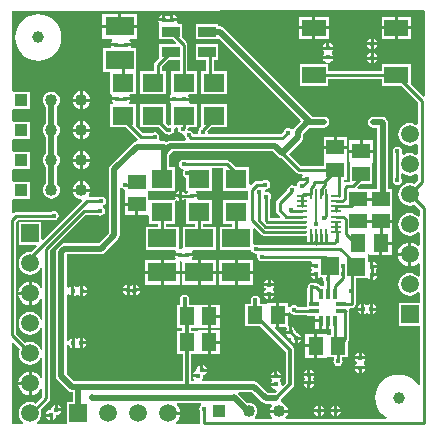
<source format=gtl>
G04 Layer_Physical_Order=1*
G04 Layer_Color=255*
%FSLAX24Y24*%
%MOIN*%
G70*
G01*
G75*
%ADD10R,0.0709X0.0630*%
%ADD11R,0.0591X0.0354*%
%ADD12R,0.0512X0.0591*%
%ADD13R,0.0591X0.0512*%
%ADD14R,0.0945X0.0630*%
%ADD15R,0.0787X0.0551*%
%ADD16R,0.0591X0.0591*%
%ADD17R,0.0374X0.0157*%
%ADD18R,0.0157X0.0370*%
%ADD19R,0.0157X0.0374*%
%ADD20R,0.0109X0.0335*%
%ADD21R,0.0335X0.0109*%
%ADD22C,0.0098*%
%ADD23C,0.0197*%
%ADD24C,0.0118*%
%ADD25C,0.0079*%
%ADD26R,0.0591X0.0591*%
%ADD27C,0.0591*%
%ADD28R,0.0400X0.0400*%
%ADD29C,0.0400*%
%ADD30R,0.0400X0.0400*%
%ADD31C,0.0394*%
%ADD32C,0.0150*%
G36*
X467Y2713D02*
X443Y2655D01*
X430Y2557D01*
X443Y2459D01*
X480Y2368D01*
X540Y2290D01*
X618Y2230D01*
X709Y2193D01*
X807Y2180D01*
X905Y2193D01*
X996Y2230D01*
X1074Y2290D01*
X1134Y2368D01*
X1160Y2431D01*
X1220Y2419D01*
Y1751D01*
X1160Y1739D01*
X1152Y1756D01*
X1089Y1839D01*
X1006Y1902D01*
X910Y1942D01*
X857Y1949D01*
Y1557D01*
Y1165D01*
X910Y1172D01*
X1006Y1212D01*
X1089Y1275D01*
X1152Y1358D01*
X1160Y1375D01*
X1220Y1363D01*
Y1109D01*
X995Y884D01*
X905Y921D01*
X807Y934D01*
X709Y921D01*
X618Y884D01*
X540Y824D01*
X480Y746D01*
X443Y655D01*
X430Y557D01*
X443Y459D01*
X480Y368D01*
X540Y290D01*
X584Y257D01*
X564Y197D01*
X197D01*
Y2904D01*
X252Y2927D01*
X467Y2713D01*
D02*
G37*
G36*
X8499Y6520D02*
X8542Y6492D01*
X8591Y6482D01*
X9626D01*
Y6479D01*
X10024D01*
Y6278D01*
X10140D01*
X10145Y6272D01*
X10354D01*
Y6172D01*
X10147D01*
X10140Y6164D01*
X8408D01*
X8387Y6178D01*
X8327Y6190D01*
X8288Y6183D01*
X8228Y6219D01*
Y6706D01*
X8288Y6731D01*
X8499Y6520D01*
D02*
G37*
G36*
X13976Y13946D02*
Y11145D01*
X13916Y11120D01*
X13489Y11548D01*
Y12190D01*
X12544D01*
Y11966D01*
X10733D01*
X10733Y12185D01*
X10734Y12192D01*
X10746Y12244D01*
X10761Y12247D01*
X10806Y12256D01*
X10864Y12295D01*
X10903Y12353D01*
X10907Y12371D01*
X10570D01*
X10573Y12353D01*
X10612Y12295D01*
X10670Y12256D01*
X10702Y12250D01*
X10697Y12192D01*
X10678Y12190D01*
X10674Y12190D01*
X9788D01*
Y11481D01*
X10733D01*
Y11705D01*
X12544D01*
Y11481D01*
X13187D01*
X13739Y10929D01*
Y10193D01*
X13679Y10164D01*
X13653Y10183D01*
X13562Y10221D01*
X13465Y10234D01*
X13367Y10221D01*
X13276Y10183D01*
X13198Y10123D01*
X13138Y10045D01*
X13100Y9954D01*
X13087Y9856D01*
X13100Y9759D01*
X13138Y9668D01*
X13198Y9590D01*
X13276Y9530D01*
X13367Y9492D01*
X13465Y9479D01*
X13562Y9492D01*
X13653Y9530D01*
X13679Y9549D01*
X13739Y9520D01*
Y9193D01*
X13679Y9164D01*
X13653Y9183D01*
X13562Y9221D01*
X13465Y9234D01*
X13367Y9221D01*
X13276Y9183D01*
X13275Y9182D01*
X13205Y9204D01*
X13196Y9231D01*
X13208Y9291D01*
X13196Y9351D01*
X13162Y9402D01*
X13111Y9436D01*
X13051Y9448D01*
X12991Y9436D01*
X12940Y9402D01*
X12906Y9351D01*
X12894Y9291D01*
X12906Y9231D01*
X12920Y9211D01*
Y8407D01*
X12905Y8386D01*
X12893Y8326D01*
X12905Y8266D01*
X12939Y8215D01*
X12990Y8181D01*
X13050Y8169D01*
X13110Y8181D01*
X13161Y8215D01*
X13195Y8266D01*
X13207Y8326D01*
X13195Y8386D01*
X13181Y8407D01*
Y8527D01*
X13241Y8557D01*
X13276Y8530D01*
X13367Y8492D01*
X13465Y8479D01*
X13562Y8492D01*
X13653Y8530D01*
X13679Y8549D01*
X13739Y8520D01*
Y8315D01*
X13620Y8197D01*
X13562Y8221D01*
X13465Y8234D01*
X13367Y8221D01*
X13276Y8183D01*
X13198Y8123D01*
X13138Y8045D01*
X13100Y7954D01*
X13087Y7856D01*
X13100Y7759D01*
X13138Y7668D01*
X13198Y7590D01*
X13276Y7530D01*
X13367Y7492D01*
X13465Y7479D01*
X13562Y7492D01*
X13620Y7516D01*
X13797Y7340D01*
Y7136D01*
X13737Y7116D01*
X13731Y7123D01*
X13653Y7183D01*
X13562Y7221D01*
X13465Y7234D01*
X13367Y7221D01*
X13276Y7183D01*
X13198Y7123D01*
X13138Y7045D01*
X13100Y6954D01*
X13087Y6856D01*
X13100Y6759D01*
X13138Y6668D01*
X13198Y6590D01*
X13276Y6530D01*
X13367Y6492D01*
X13465Y6479D01*
X13562Y6492D01*
X13653Y6530D01*
X13731Y6590D01*
X13737Y6597D01*
X13797Y6576D01*
Y6162D01*
X13737Y6146D01*
X13664Y6202D01*
X13568Y6241D01*
X13515Y6248D01*
Y5856D01*
Y5464D01*
X13568Y5471D01*
X13664Y5511D01*
X13737Y5567D01*
X13797Y5551D01*
Y5136D01*
X13737Y5116D01*
X13731Y5123D01*
X13653Y5183D01*
X13562Y5221D01*
X13465Y5234D01*
X13367Y5221D01*
X13276Y5183D01*
X13198Y5123D01*
X13138Y5045D01*
X13100Y4954D01*
X13087Y4856D01*
X13100Y4759D01*
X13138Y4668D01*
X13198Y4590D01*
X13276Y4530D01*
X13367Y4492D01*
X13465Y4479D01*
X13562Y4492D01*
X13653Y4530D01*
X13731Y4590D01*
X13737Y4597D01*
X13797Y4576D01*
Y4230D01*
X13091D01*
Y3482D01*
X13797D01*
Y1514D01*
X13738Y1499D01*
X13732Y1511D01*
X13636Y1628D01*
X13519Y1724D01*
X13386Y1795D01*
X13241Y1839D01*
X13091Y1854D01*
X12940Y1839D01*
X12795Y1795D01*
X12662Y1724D01*
X12545Y1628D01*
X12449Y1511D01*
X12378Y1378D01*
X12334Y1233D01*
X12319Y1083D01*
X12334Y932D01*
X12378Y787D01*
X12449Y654D01*
X12545Y537D01*
X12662Y441D01*
X12697Y423D01*
X12682Y363D01*
X9343D01*
X9325Y396D01*
X9319Y423D01*
X9362Y479D01*
X9393Y552D01*
X9396Y580D01*
X9100D01*
X8804D01*
X8808Y552D01*
X8838Y479D01*
X8881Y423D01*
X8875Y396D01*
X8857Y363D01*
X8308D01*
X8288Y423D01*
X8299Y431D01*
X8344Y489D01*
X8372Y557D01*
X8382Y630D01*
X8372Y703D01*
X8344Y770D01*
X8299Y829D01*
X8241Y873D01*
X8173Y901D01*
X8100Y911D01*
X8052Y905D01*
X7745Y1211D01*
X7753Y1247D01*
X7768Y1271D01*
X8193D01*
X8534Y930D01*
X8592Y891D01*
X8661Y877D01*
X8837D01*
X8866Y817D01*
X8838Y781D01*
X8808Y708D01*
X8804Y680D01*
X9100D01*
X9396D01*
X9393Y708D01*
X9362Y781D01*
X9314Y844D01*
X9252Y892D01*
X9196Y915D01*
X9173Y962D01*
X9169Y984D01*
X9173Y989D01*
X9182Y1036D01*
X9573Y1426D01*
X9603Y1472D01*
X9614Y1526D01*
Y2677D01*
X9603Y2731D01*
X9573Y2777D01*
X8961Y3388D01*
X8984Y3443D01*
X9010D01*
Y3839D01*
Y4234D01*
X8704D01*
Y4219D01*
X8647Y4213D01*
Y4213D01*
X8482D01*
X8463Y4252D01*
X8458Y4273D01*
X8469Y4326D01*
X8457Y4386D01*
X8423Y4437D01*
X8372Y4471D01*
X8312Y4483D01*
X8252Y4471D01*
X8201Y4437D01*
X8167Y4386D01*
X8155Y4326D01*
X8166Y4273D01*
X8161Y4252D01*
X8142Y4213D01*
X7977D01*
Y3465D01*
X8487D01*
X9333Y2619D01*
Y1584D01*
X9226Y1477D01*
X9171Y1506D01*
X9174Y1526D01*
X9161Y1594D01*
X9122Y1652D01*
Y1665D01*
X9161Y1723D01*
X9165Y1741D01*
X8828D01*
X8831Y1723D01*
X8870Y1665D01*
Y1652D01*
X8831Y1594D01*
X8828Y1576D01*
X8996D01*
Y1476D01*
X8828D01*
X8831Y1457D01*
X8870Y1399D01*
X8928Y1361D01*
X8996Y1347D01*
X9015Y1351D01*
X9045Y1296D01*
X8988Y1239D01*
X8736D01*
X8395Y1579D01*
X8337Y1619D01*
X8268Y1632D01*
X6563D01*
X6547Y1661D01*
X6539Y1692D01*
X6572Y1743D01*
X6586Y1811D01*
X6582Y1831D01*
X6594Y1833D01*
X6652Y1872D01*
X6690Y1930D01*
X6694Y1948D01*
X6526D01*
Y1998D01*
X6476D01*
Y2167D01*
X6457Y2163D01*
X6399Y2124D01*
X6361Y2066D01*
X6347Y1998D01*
X6351Y1978D01*
X6339Y1976D01*
X6281Y1937D01*
X6243Y1879D01*
X6239Y1861D01*
X6407D01*
Y1761D01*
X6239D01*
X6243Y1743D01*
X6276Y1692D01*
X6268Y1661D01*
X6252Y1632D01*
X6169D01*
Y2554D01*
X6356D01*
X6358Y2554D01*
X6416Y2548D01*
Y2533D01*
X6722D01*
Y2928D01*
Y3323D01*
X6416D01*
Y3308D01*
X6358Y3302D01*
X6356Y3302D01*
X6164D01*
Y3415D01*
X6356D01*
X6358Y3415D01*
X6416Y3409D01*
Y3394D01*
X6722D01*
Y3789D01*
Y4185D01*
X6416D01*
Y4169D01*
X6358Y4163D01*
X6356Y4163D01*
X6095D01*
Y4289D01*
X6100Y4295D01*
X6111Y4355D01*
X6100Y4415D01*
X6066Y4466D01*
X6015Y4500D01*
X5955Y4512D01*
X5895Y4500D01*
X5844Y4466D01*
X5810Y4415D01*
X5798Y4355D01*
X5810Y4295D01*
X5814Y4289D01*
Y4163D01*
X5689D01*
Y3415D01*
X5883D01*
Y3302D01*
X5689D01*
Y2554D01*
X5888D01*
Y1632D01*
X2265D01*
X2031Y1867D01*
Y2829D01*
X2086Y2844D01*
X2091Y2843D01*
X2128Y2787D01*
X2186Y2749D01*
X2204Y2745D01*
Y2913D01*
Y3082D01*
X2186Y3078D01*
X2128Y3040D01*
X2091Y2984D01*
X2086Y2983D01*
X2031Y2997D01*
Y3550D01*
Y4503D01*
X2091Y4521D01*
X2098Y4510D01*
X2156Y4471D01*
X2174Y4467D01*
Y4636D01*
Y4804D01*
X2156Y4801D01*
X2098Y4762D01*
X2091Y4751D01*
X2031Y4769D01*
Y4975D01*
X2031Y4975D01*
Y5869D01*
X3171D01*
X3240Y5883D01*
X3299Y5922D01*
X3745Y6368D01*
X3784Y6427D01*
X3798Y6496D01*
Y8067D01*
X3858Y8085D01*
X3875Y8058D01*
X3926Y8024D01*
X3981Y8014D01*
Y7941D01*
X3981Y7938D01*
X3975Y7881D01*
X3960D01*
Y7575D01*
X4355D01*
Y7525D01*
X4405D01*
Y7169D01*
X4723D01*
X4751Y7169D01*
X4783Y7122D01*
Y6880D01*
X5086D01*
Y6781D01*
X4665D01*
Y5994D01*
X5633D01*
X5665Y5934D01*
X5652Y5915D01*
X5648Y5896D01*
X5817D01*
Y5796D01*
X5648D01*
X5652Y5778D01*
X5677Y5741D01*
X5650Y5681D01*
X5267D01*
Y5316D01*
X5789D01*
Y5626D01*
X5819Y5643D01*
X5874Y5606D01*
Y5316D01*
X6397D01*
Y5681D01*
X6220D01*
X6193Y5741D01*
X6218Y5778D01*
X6222Y5796D01*
X6053D01*
Y5896D01*
X6222D01*
X6218Y5915D01*
X6205Y5934D01*
X6237Y5994D01*
X6998D01*
Y6781D01*
X6577D01*
Y6880D01*
X6880D01*
Y7667D01*
X6401D01*
X6369Y7727D01*
X6375Y7737D01*
X6379Y7755D01*
X6211D01*
Y7855D01*
X6379D01*
X6375Y7873D01*
X6343Y7922D01*
X6353Y7957D01*
X6368Y7982D01*
X6880D01*
Y8728D01*
X7244D01*
Y7972D01*
X8078D01*
Y7657D01*
X7244D01*
Y6870D01*
X7547D01*
Y6781D01*
X7126D01*
Y5994D01*
X8178D01*
X8182Y5973D01*
X8216Y5923D01*
X8267Y5889D01*
X8327Y5877D01*
X8345Y5880D01*
X8365Y5861D01*
X8387Y5827D01*
X8377Y5778D01*
X8389Y5718D01*
X8423Y5667D01*
X8473Y5633D01*
X8533Y5621D01*
X8593Y5633D01*
X8615Y5647D01*
X10176D01*
X10204Y5587D01*
X10180Y5551D01*
X10176Y5532D01*
X10344D01*
Y5432D01*
X10176D01*
X10180Y5414D01*
X10218Y5356D01*
Y5323D01*
X10180Y5265D01*
X10176Y5247D01*
X10344D01*
Y5197D01*
X10394D01*
Y5028D01*
X10413Y5032D01*
X10471Y5071D01*
X10484Y5090D01*
X10527Y5092D01*
X10572Y5049D01*
X10584Y4989D01*
X10598Y4968D01*
Y4793D01*
X10499D01*
X10437Y4856D01*
X10394Y4884D01*
X10344Y4894D01*
X10298D01*
X10277Y4909D01*
X10217Y4921D01*
X10157Y4909D01*
X10106Y4875D01*
X10072Y4824D01*
X10064Y4786D01*
X10057Y4774D01*
X10047Y4724D01*
Y4360D01*
X10022D01*
Y4097D01*
X9737D01*
X9717Y4127D01*
X9666Y4161D01*
X9606Y4173D01*
X9546Y4161D01*
X9495Y4127D01*
X9476Y4097D01*
X9416Y4116D01*
Y4234D01*
X9110D01*
Y3889D01*
X9416D01*
Y3916D01*
X9476Y3934D01*
X9495Y3905D01*
X9546Y3871D01*
X9578Y3865D01*
X9606Y3846D01*
X9656Y3836D01*
X10022D01*
Y3809D01*
X10313D01*
Y3690D01*
X10492D01*
Y3640D01*
X10542D01*
Y3355D01*
X10671D01*
Y3357D01*
X10678D01*
Y3644D01*
X10778D01*
Y3357D01*
X10834D01*
Y3179D01*
X10751D01*
X10748Y3179D01*
X10691Y3185D01*
Y3200D01*
X10385D01*
Y2805D01*
Y2410D01*
X10691D01*
Y2425D01*
X10748Y2431D01*
X10751Y2431D01*
X10942D01*
Y2370D01*
X10928Y2348D01*
X10916Y2288D01*
X10928Y2228D01*
X10962Y2178D01*
X11013Y2144D01*
X11073Y2132D01*
X11133Y2144D01*
X11184Y2178D01*
X11218Y2228D01*
X11230Y2288D01*
X11218Y2348D01*
X11203Y2370D01*
Y2431D01*
X11417D01*
Y2958D01*
X11439Y2991D01*
X11449Y3041D01*
Y3942D01*
X11454Y3966D01*
X11445Y4012D01*
X11445Y4019D01*
X11472Y4072D01*
X11526D01*
X11576Y4082D01*
X11618Y4110D01*
X11646Y4153D01*
X11656Y4203D01*
Y4559D01*
X11661Y4566D01*
X11673Y4626D01*
X11661Y4686D01*
X11656Y4693D01*
Y5059D01*
X12057D01*
X12068Y5051D01*
X12069Y5051D01*
X12127Y5012D01*
X12145Y5009D01*
Y5177D01*
X12195D01*
Y5227D01*
X12363D01*
X12360Y5245D01*
X12344Y5270D01*
X12326Y5315D01*
X12344Y5360D01*
X12360Y5384D01*
X12363Y5403D01*
X12195D01*
Y5453D01*
X12145D01*
Y5621D01*
X12127Y5618D01*
X12117Y5611D01*
X12057Y5643D01*
Y5807D01*
X12058Y5808D01*
X12087Y5856D01*
X12144Y5850D01*
Y5835D01*
X12450D01*
Y6230D01*
X12500D01*
Y6280D01*
X12856D01*
Y6603D01*
X12885D01*
Y6909D01*
X12490D01*
Y7009D01*
X12885D01*
Y7315D01*
X12870D01*
X12864Y7372D01*
X12864D01*
Y8041D01*
X12740D01*
Y8425D01*
Y10251D01*
X12726Y10320D01*
X12687Y10379D01*
X12677Y10389D01*
X12618Y10428D01*
X12549Y10441D01*
X12254D01*
X12185Y10428D01*
X12126Y10389D01*
X12087Y10330D01*
X12073Y10261D01*
X12087Y10192D01*
X12126Y10133D01*
X12185Y10094D01*
X12254Y10080D01*
X12378D01*
Y8425D01*
Y8041D01*
X12116D01*
Y8041D01*
X12106D01*
Y8041D01*
X11739D01*
X11714Y8101D01*
X11831Y8219D01*
X12215D01*
Y8885D01*
X12215Y8888D01*
X12221Y8945D01*
X12236D01*
Y9251D01*
X11445D01*
Y8945D01*
X11460D01*
X11467Y8888D01*
X11467Y8885D01*
Y8280D01*
X11358D01*
X11308Y8270D01*
X11302Y8266D01*
X11249Y8294D01*
X11262Y8344D01*
X11358D01*
Y9011D01*
X11358Y9014D01*
X11364Y9071D01*
X11380D01*
Y9377D01*
X10984D01*
X10589D01*
Y9071D01*
X10604D01*
X10610Y9014D01*
X10610Y9011D01*
Y8810D01*
X9830D01*
X9423Y9216D01*
X9860Y9653D01*
X9899Y9712D01*
X9912Y9781D01*
Y9878D01*
X10114Y10080D01*
X10605D01*
X10674Y10094D01*
X10733Y10133D01*
X10772Y10192D01*
X10786Y10261D01*
X10772Y10330D01*
X10733Y10389D01*
X10674Y10428D01*
X10605Y10441D01*
X10227D01*
X7264Y13405D01*
X7205Y13444D01*
X7136Y13458D01*
X7087D01*
Y13533D01*
X6339D01*
Y13022D01*
X7087D01*
Y13022D01*
X7122Y13036D01*
X9841Y10317D01*
X9604Y10081D01*
X9575Y10038D01*
X9519Y10029D01*
X9505Y10031D01*
X9460Y10061D01*
X9400Y10073D01*
X9340Y10061D01*
X9289Y10027D01*
X9255Y9976D01*
X9250Y9951D01*
X9166Y9868D01*
X6758D01*
X6720Y9914D01*
X6722Y9921D01*
X6713Y9964D01*
X6838Y10089D01*
X7372D01*
Y10876D01*
X6506D01*
Y10125D01*
X6473Y10092D01*
X6444Y10050D01*
X6435Y10004D01*
X6420Y9981D01*
X6408Y9921D01*
X6410Y9914D01*
X6372Y9868D01*
X6250D01*
X6247Y9883D01*
X6213Y9934D01*
X6162Y9968D01*
X6102Y9980D01*
X6102Y9979D01*
X6051Y10030D01*
X6052Y10039D01*
X6089Y10089D01*
X6355D01*
Y10876D01*
X6129D01*
X6097Y10936D01*
X6110Y10955D01*
X6113Y10974D01*
X5945D01*
Y11074D01*
X6113D01*
X6110Y11092D01*
X6084Y11131D01*
X6108Y11189D01*
X6110Y11191D01*
X6355D01*
Y11978D01*
X6052D01*
Y12848D01*
X6042Y12898D01*
X6014Y12940D01*
X5866Y13088D01*
Y13533D01*
X5722D01*
X5690Y13593D01*
X5696Y13603D01*
X5700Y13621D01*
X5531D01*
Y13671D01*
X5482D01*
Y13840D01*
X5463Y13836D01*
X5439Y13820D01*
X5394Y13802D01*
X5348Y13820D01*
X5324Y13836D01*
X5306Y13840D01*
Y13671D01*
X5256D01*
Y13621D01*
X5087D01*
X5091Y13603D01*
X5100Y13589D01*
X5118Y13533D01*
X5118Y13533D01*
X5118Y13533D01*
Y13022D01*
X5564D01*
X5666Y12920D01*
X5643Y12864D01*
X5118D01*
Y12419D01*
X4967Y12267D01*
X4939Y12225D01*
X4929Y12175D01*
Y11978D01*
X4472D01*
Y11191D01*
X5338D01*
Y11978D01*
X5190D01*
Y12121D01*
X5421Y12352D01*
X5791D01*
Y11978D01*
X5489D01*
Y11191D01*
X5489Y11191D01*
X5483Y11133D01*
X5455Y11092D01*
X5452Y11074D01*
X5620D01*
Y10974D01*
X5452D01*
X5455Y10955D01*
X5471Y10932D01*
X5489Y10876D01*
X5489Y10876D01*
X5489Y10876D01*
Y10186D01*
X5453Y10157D01*
X5421Y10150D01*
X5338Y10234D01*
Y10876D01*
X4472D01*
Y10089D01*
X5114D01*
X5295Y9908D01*
X5337Y9879D01*
X5365Y9874D01*
X5393Y9855D01*
X5453Y9843D01*
X5513Y9855D01*
X5564Y9889D01*
X5598Y9940D01*
X5610Y10000D01*
X5604Y10029D01*
X5644Y10087D01*
X5702Y10088D01*
X5739Y10042D01*
X5739Y10039D01*
X5751Y9979D01*
X5785Y9929D01*
X5836Y9895D01*
X5896Y9883D01*
X5896Y9883D01*
X5947Y9832D01*
X5946Y9823D01*
X5958Y9763D01*
X5992Y9712D01*
X5996Y9709D01*
X5978Y9649D01*
X5482D01*
X5413Y9635D01*
X5359Y9599D01*
X5335Y9616D01*
X5266Y9629D01*
X5121D01*
X5089Y9689D01*
X5105Y9714D01*
X5117Y9774D01*
X5105Y9834D01*
X5071Y9884D01*
X5021Y9918D01*
X4961Y9930D01*
X4901Y9918D01*
X4879Y9904D01*
X4542D01*
X4321Y10125D01*
Y10876D01*
X4115D01*
X4099Y10901D01*
X4089Y10936D01*
X4122Y10985D01*
X4125Y11003D01*
X3957D01*
Y11103D01*
X4125D01*
X4122Y11121D01*
X4115Y11131D01*
X4147Y11191D01*
X4321D01*
Y11939D01*
X4341D01*
Y12726D01*
X4194D01*
X4163Y12786D01*
X4165Y12794D01*
X3996D01*
Y12894D01*
X4165D01*
X4161Y12913D01*
X4122Y12971D01*
X4109Y12980D01*
X4127Y13040D01*
X4362D01*
Y13405D01*
X3789D01*
X3217D01*
Y13040D01*
X3531D01*
X3549Y12980D01*
X3535Y12971D01*
X3497Y12913D01*
X3493Y12894D01*
X3661D01*
Y12794D01*
X3493D01*
X3495Y12786D01*
X3463Y12726D01*
X3238D01*
Y11939D01*
X3455D01*
Y11191D01*
X3520D01*
X3552Y11131D01*
X3546Y11121D01*
X3542Y11103D01*
X3711D01*
Y11003D01*
X3542D01*
X3546Y10985D01*
X3578Y10936D01*
X3568Y10901D01*
X3553Y10876D01*
X3455D01*
Y10089D01*
X3989D01*
X4388Y9689D01*
X4382Y9657D01*
X4366Y9629D01*
X4355D01*
X4286Y9616D01*
X4228Y9577D01*
X3489Y8838D01*
X3450Y8780D01*
X3436Y8711D01*
Y8095D01*
Y6571D01*
X3096Y6231D01*
X1950D01*
X1881Y6217D01*
X1822Y6178D01*
X1722Y6078D01*
X1683Y6019D01*
X1669Y5950D01*
Y4975D01*
X1669Y4975D01*
Y3550D01*
Y1792D01*
X1683Y1723D01*
X1722Y1664D01*
X2062Y1324D01*
X2121Y1285D01*
X2190Y1271D01*
X2240D01*
Y940D01*
X2046D01*
Y197D01*
X1051D01*
X1030Y257D01*
X1074Y290D01*
X1134Y368D01*
X1171Y459D01*
X1184Y557D01*
X1171Y655D01*
X1161Y681D01*
X1442Y962D01*
X1471Y1005D01*
X1480Y1055D01*
Y5991D01*
X2659Y7170D01*
X3069D01*
X3090Y7155D01*
X3150Y7143D01*
X3210Y7155D01*
X3261Y7189D01*
X3295Y7240D01*
X3307Y7300D01*
X3295Y7360D01*
X3261Y7411D01*
X3243Y7423D01*
X3241Y7446D01*
X3250Y7490D01*
X3290Y7517D01*
X3324Y7568D01*
X3336Y7628D01*
X3324Y7688D01*
X3290Y7739D01*
X3239Y7773D01*
X3179Y7785D01*
X3119Y7773D01*
X3098Y7758D01*
X2786D01*
X2756Y7818D01*
X2779Y7848D01*
X2809Y7921D01*
X2813Y7949D01*
X2221D01*
X2224Y7921D01*
X2255Y7848D01*
X2303Y7785D01*
X2365Y7737D01*
X2438Y7707D01*
X2509Y7697D01*
X2523Y7675D01*
X2534Y7638D01*
X1237Y6340D01*
X1181Y6363D01*
Y6931D01*
X433D01*
Y6183D01*
X1001D01*
X1024Y6128D01*
X828Y5932D01*
X807Y5934D01*
X709Y5921D01*
X618Y5884D01*
X540Y5824D01*
X480Y5746D01*
X443Y5655D01*
X430Y5557D01*
X443Y5459D01*
X480Y5368D01*
X540Y5290D01*
X618Y5230D01*
X709Y5193D01*
X807Y5180D01*
X905Y5193D01*
X996Y5230D01*
X1074Y5290D01*
X1134Y5368D01*
X1160Y5431D01*
X1220Y5419D01*
Y4751D01*
X1160Y4739D01*
X1152Y4756D01*
X1089Y4839D01*
X1006Y4902D01*
X910Y4942D01*
X857Y4949D01*
Y4557D01*
Y4165D01*
X910Y4172D01*
X1006Y4212D01*
X1089Y4275D01*
X1152Y4358D01*
X1160Y4375D01*
X1220Y4363D01*
Y3695D01*
X1160Y3684D01*
X1134Y3746D01*
X1074Y3824D01*
X996Y3884D01*
X905Y3921D01*
X807Y3934D01*
X709Y3921D01*
X618Y3884D01*
X540Y3824D01*
X480Y3746D01*
X443Y3655D01*
X430Y3557D01*
X443Y3459D01*
X480Y3368D01*
X540Y3290D01*
X618Y3230D01*
X709Y3193D01*
X807Y3180D01*
X905Y3193D01*
X996Y3230D01*
X1074Y3290D01*
X1134Y3368D01*
X1160Y3431D01*
X1220Y3419D01*
Y2695D01*
X1160Y2684D01*
X1134Y2746D01*
X1074Y2824D01*
X996Y2884D01*
X905Y2921D01*
X807Y2934D01*
X709Y2921D01*
X651Y2897D01*
X330Y3219D01*
Y6945D01*
X404Y7020D01*
X1519D01*
X1540Y7005D01*
X1600Y6993D01*
X1660Y7005D01*
X1711Y7039D01*
X1745Y7090D01*
X1757Y7150D01*
X1745Y7210D01*
X1711Y7261D01*
X1660Y7295D01*
X1600Y7307D01*
X1540Y7295D01*
X1519Y7280D01*
X350D01*
X300Y7271D01*
X258Y7242D01*
X252Y7237D01*
X197Y7260D01*
Y7677D01*
X257Y7720D01*
X795D01*
Y8278D01*
X257D01*
X238Y8278D01*
X197Y8321D01*
Y8677D01*
X257Y8720D01*
X795D01*
Y9278D01*
X257D01*
X238Y9278D01*
X197Y9321D01*
Y9677D01*
X257Y9720D01*
X795D01*
Y10278D01*
X257D01*
X238Y10278D01*
X197Y10321D01*
Y10677D01*
X257Y10720D01*
X795D01*
Y11278D01*
X257D01*
X238Y11278D01*
X197Y11321D01*
Y13964D01*
X13934Y13988D01*
X13976Y13946D01*
D02*
G37*
G36*
X9075Y9124D02*
X9134Y9085D01*
X9198Y9072D01*
X9683Y8587D01*
X9726Y8559D01*
X9776Y8549D01*
X9880D01*
X9897Y8508D01*
X9901Y8489D01*
X9865Y8434D01*
X9861Y8416D01*
X10030D01*
Y8316D01*
X9861D01*
X9863Y8307D01*
X9804Y8295D01*
X9746Y8256D01*
X9707Y8198D01*
X9697Y8147D01*
X9680Y8135D01*
X9652Y8124D01*
X9635Y8121D01*
X9597Y8147D01*
X9537Y8159D01*
X9477Y8147D01*
X9427Y8113D01*
X9393Y8062D01*
X9383Y8012D01*
X9042Y7671D01*
X9013Y7629D01*
X9003Y7579D01*
Y7333D01*
X9013Y7283D01*
X9042Y7240D01*
X9145Y7137D01*
X9122Y7081D01*
X8813D01*
Y7704D01*
X8828Y7725D01*
X8840Y7785D01*
X8828Y7845D01*
X8794Y7896D01*
X8743Y7930D01*
X8683Y7942D01*
X8656Y7937D01*
X8647Y7938D01*
X8639Y7963D01*
X8639Y7966D01*
X8678Y8027D01*
X8704Y8032D01*
X8755Y8066D01*
X8789Y8117D01*
X8800Y8177D01*
X8789Y8237D01*
X8755Y8288D01*
X8704Y8322D01*
X8644Y8334D01*
X8584Y8322D01*
X8562Y8308D01*
X8366D01*
X8316Y8298D01*
X8274Y8269D01*
X8170Y8166D01*
X8110Y8191D01*
Y8760D01*
X7665D01*
X7474Y8951D01*
X7432Y8979D01*
X7382Y8989D01*
X6012D01*
X5990Y9003D01*
X5930Y9015D01*
X5870Y9003D01*
X5819Y8969D01*
X5785Y8918D01*
X5773Y8858D01*
X5785Y8798D01*
X5819Y8747D01*
X5870Y8713D01*
X5895Y8709D01*
X5922Y8643D01*
X5908Y8623D01*
X5896Y8563D01*
X5908Y8503D01*
X5942Y8452D01*
X5993Y8418D01*
X6014Y8414D01*
Y7982D01*
X6053D01*
X6068Y7957D01*
X6078Y7922D01*
X6046Y7873D01*
X6044Y7866D01*
X5983D01*
X5982Y7873D01*
X5943Y7931D01*
X5885Y7970D01*
X5867Y7974D01*
Y7805D01*
Y7637D01*
X5885Y7640D01*
X5943Y7679D01*
X5953Y7694D01*
X6010Y7692D01*
X6014Y7667D01*
X6014D01*
Y6880D01*
X6316D01*
Y6781D01*
X5896D01*
Y6070D01*
X5836Y6021D01*
X5817Y6025D01*
X5814Y6024D01*
X5768Y6062D01*
Y6781D01*
X5347D01*
Y6880D01*
X5650D01*
Y7640D01*
X5651Y7642D01*
X5710Y7666D01*
X5749Y7640D01*
X5767Y7637D01*
Y7755D01*
X5648D01*
X5652Y7737D01*
X5662Y7722D01*
X5626Y7667D01*
X4811D01*
X4783Y7667D01*
X4751Y7714D01*
Y7881D01*
X4735D01*
X4729Y7938D01*
X4729Y7941D01*
Y7968D01*
X4783Y7982D01*
X4789Y7982D01*
X5650D01*
Y8770D01*
X5446D01*
Y9177D01*
X5557Y9288D01*
X8911D01*
X9075Y9124D01*
D02*
G37*
G36*
X6520Y842D02*
X6494Y824D01*
X6460Y774D01*
X6448Y714D01*
X6460Y654D01*
X6484Y617D01*
Y236D01*
X6452Y197D01*
X5687D01*
X5667Y257D01*
X5702Y284D01*
X5766Y367D01*
X5805Y463D01*
X5812Y516D01*
X5420D01*
Y616D01*
X5812D01*
X5805Y669D01*
X5766Y765D01*
X5707Y842D01*
X5717Y891D01*
X5721Y902D01*
X6502D01*
X6520Y842D01*
D02*
G37*
%LPC*%
G36*
X757Y1507D02*
X415D01*
X422Y1454D01*
X462Y1358D01*
X525Y1275D01*
X608Y1212D01*
X704Y1172D01*
X757Y1165D01*
Y1507D01*
D02*
G37*
G36*
Y1949D02*
X704Y1942D01*
X608Y1902D01*
X525Y1839D01*
X462Y1756D01*
X422Y1660D01*
X415Y1607D01*
X757D01*
Y1949D01*
D02*
G37*
G36*
X5789Y5216D02*
X5267D01*
Y4851D01*
X5789D01*
Y5216D01*
D02*
G37*
G36*
X7128Y4185D02*
X6822D01*
Y3839D01*
X7128D01*
Y4185D01*
D02*
G37*
G36*
X11840Y3985D02*
X11721D01*
X11725Y3967D01*
X11764Y3909D01*
X11821Y3871D01*
X11840Y3867D01*
Y3985D01*
D02*
G37*
G36*
X12235Y4204D02*
Y4085D01*
X12354D01*
X12350Y4104D01*
X12311Y4162D01*
X12253Y4200D01*
X12235Y4204D01*
D02*
G37*
G36*
X11840D02*
X11821Y4200D01*
X11764Y4162D01*
X11725Y4104D01*
X11721Y4085D01*
X11840D01*
Y4204D01*
D02*
G37*
G36*
X12354Y3985D02*
X12235D01*
Y3867D01*
X12253Y3871D01*
X12311Y3909D01*
X12350Y3967D01*
X12354Y3985D01*
D02*
G37*
G36*
X7128Y3323D02*
X6822D01*
Y2978D01*
X7128D01*
Y3323D01*
D02*
G37*
G36*
X2560Y3082D02*
Y2963D01*
X2678D01*
X2675Y2982D01*
X2636Y3040D01*
X2578Y3078D01*
X2560Y3082D01*
D02*
G37*
G36*
X9854Y3011D02*
X9735D01*
Y2893D01*
X9753Y2896D01*
X9811Y2935D01*
X9850Y2993D01*
X9854Y3011D01*
D02*
G37*
G36*
X2460Y3082D02*
X2442Y3078D01*
X2384Y3040D01*
X2380D01*
X2322Y3078D01*
X2304Y3082D01*
Y2913D01*
Y2745D01*
X2322Y2749D01*
X2380Y2787D01*
X2384D01*
X2442Y2749D01*
X2460Y2745D01*
Y2913D01*
Y3082D01*
D02*
G37*
G36*
X7128Y3739D02*
X6822D01*
Y3394D01*
X7128D01*
Y3739D01*
D02*
G37*
G36*
X10442Y3590D02*
X10313D01*
Y3355D01*
X10442D01*
Y3590D01*
D02*
G37*
G36*
X9416Y3789D02*
X9110D01*
Y3443D01*
X9343D01*
X9362Y3384D01*
X9323Y3326D01*
X9320Y3308D01*
X9438D01*
Y3463D01*
X9416Y3483D01*
Y3789D01*
D02*
G37*
G36*
X12135Y4204D02*
X12117Y4200D01*
X12059Y4162D01*
X12016D01*
X11958Y4200D01*
X11940Y4204D01*
Y4035D01*
Y3867D01*
X11958Y3871D01*
X12016Y3909D01*
X12059D01*
X12117Y3871D01*
X12135Y3867D01*
Y4035D01*
Y4204D01*
D02*
G37*
G36*
X757Y4949D02*
X704Y4942D01*
X608Y4902D01*
X525Y4839D01*
X462Y4756D01*
X422Y4660D01*
X415Y4607D01*
X757D01*
Y4949D01*
D02*
G37*
G36*
X8948Y4802D02*
X8611D01*
X8615Y4784D01*
X8653Y4726D01*
X8655Y4725D01*
Y4665D01*
X8653Y4664D01*
X8615Y4606D01*
X8611Y4587D01*
X8948D01*
X8944Y4606D01*
X8906Y4664D01*
X8904Y4665D01*
Y4725D01*
X8906Y4726D01*
X8944Y4784D01*
X8948Y4802D01*
D02*
G37*
G36*
X4460Y4625D02*
X4341D01*
Y4507D01*
X4360Y4510D01*
X4418Y4549D01*
X4456Y4607D01*
X4460Y4625D01*
D02*
G37*
G36*
X2580Y4804D02*
Y4686D01*
X2698D01*
X2694Y4704D01*
X2656Y4762D01*
X2598Y4801D01*
X2580Y4804D01*
D02*
G37*
G36*
X2480D02*
X2461Y4801D01*
X2417Y4771D01*
X2377Y4766D01*
X2337Y4771D01*
X2293Y4801D01*
X2274Y4804D01*
Y4636D01*
Y4467D01*
X2293Y4471D01*
X2337Y4501D01*
X2377Y4506D01*
X2417Y4501D01*
X2461Y4471D01*
X2480Y4467D01*
Y4636D01*
Y4804D01*
D02*
G37*
G36*
X4341Y4844D02*
Y4725D01*
X4460D01*
X4456Y4743D01*
X4418Y4801D01*
X4360Y4840D01*
X4341Y4844D01*
D02*
G37*
G36*
X4025D02*
X4007Y4840D01*
X3949Y4801D01*
X3910Y4743D01*
X3906Y4725D01*
X4025D01*
Y4844D01*
D02*
G37*
G36*
X757Y4507D02*
X415D01*
X422Y4454D01*
X462Y4358D01*
X525Y4275D01*
X608Y4212D01*
X704Y4172D01*
X757Y4165D01*
Y4507D01*
D02*
G37*
G36*
X4241Y4844D02*
X4223Y4840D01*
X4183Y4813D01*
X4143Y4840D01*
X4125Y4844D01*
Y4675D01*
Y4507D01*
X4143Y4510D01*
X4183Y4537D01*
X4223Y4510D01*
X4241Y4507D01*
Y4675D01*
Y4844D01*
D02*
G37*
G36*
X5167Y5216D02*
X4644D01*
Y4851D01*
X5167D01*
Y5216D01*
D02*
G37*
G36*
X8730Y4487D02*
X8611D01*
X8615Y4469D01*
X8653Y4411D01*
X8711Y4373D01*
X8730Y4369D01*
Y4487D01*
D02*
G37*
G36*
X4025Y4625D02*
X3906D01*
X3910Y4607D01*
X3949Y4549D01*
X4007Y4510D01*
X4025Y4507D01*
Y4625D01*
D02*
G37*
G36*
X2698Y4586D02*
X2580D01*
Y4467D01*
X2598Y4471D01*
X2656Y4510D01*
X2694Y4568D01*
X2698Y4586D01*
D02*
G37*
G36*
X8948Y4487D02*
X8830D01*
Y4369D01*
X8848Y4373D01*
X8906Y4411D01*
X8944Y4469D01*
X8948Y4487D01*
D02*
G37*
G36*
X9538Y3426D02*
Y3258D01*
X9488D01*
Y3208D01*
X9320D01*
X9323Y3190D01*
X9362Y3132D01*
X9420Y3093D01*
X9451Y3087D01*
X9494Y3067D01*
X9514Y3023D01*
X9520Y2993D01*
X9559Y2935D01*
X9617Y2896D01*
X9635Y2893D01*
Y3061D01*
X9685D01*
Y3111D01*
X9854D01*
X9850Y3129D01*
X9811Y3187D01*
X9753Y3226D01*
X9723Y3232D01*
X9679Y3252D01*
X9659Y3295D01*
X9653Y3326D01*
X9614Y3384D01*
X9556Y3423D01*
X9538Y3426D01*
D02*
G37*
G36*
X1733Y848D02*
Y729D01*
X1852D01*
X1848Y747D01*
X1809Y805D01*
X1751Y844D01*
X1733Y848D01*
D02*
G37*
G36*
X11044Y818D02*
Y700D01*
X11163D01*
X11159Y718D01*
X11120Y776D01*
X11062Y814D01*
X11044Y818D01*
D02*
G37*
G36*
X10944D02*
X10926Y814D01*
X10868Y776D01*
X10829Y718D01*
X10826Y700D01*
X10944D01*
Y818D01*
D02*
G37*
G36*
X10267Y1535D02*
X10148D01*
Y1416D01*
X10167Y1420D01*
X10225Y1458D01*
X10263Y1516D01*
X10267Y1535D01*
D02*
G37*
G36*
X10048D02*
X9930D01*
X9934Y1516D01*
X9972Y1458D01*
X10030Y1420D01*
X10048Y1416D01*
Y1535D01*
D02*
G37*
G36*
X10493Y808D02*
Y690D01*
X10611D01*
X10608Y708D01*
X10569Y766D01*
X10511Y805D01*
X10493Y808D01*
D02*
G37*
G36*
X10393Y590D02*
X10274D01*
X10278Y571D01*
X10317Y514D01*
X10375Y475D01*
X10393Y471D01*
Y590D01*
D02*
G37*
G36*
X1633Y848D02*
X1615Y844D01*
X1557Y805D01*
X1518Y747D01*
X1505Y680D01*
X1438Y667D01*
X1380Y628D01*
X1341Y570D01*
X1337Y552D01*
X1506D01*
Y502D01*
X1556D01*
Y333D01*
X1574Y337D01*
X1632Y376D01*
X1671Y434D01*
X1684Y501D01*
X1751Y514D01*
X1809Y553D01*
X1848Y611D01*
X1852Y629D01*
X1683D01*
Y679D01*
X1633D01*
Y848D01*
D02*
G37*
G36*
X1456Y452D02*
X1337D01*
X1341Y434D01*
X1380Y376D01*
X1438Y337D01*
X1456Y333D01*
Y452D01*
D02*
G37*
G36*
X10611Y590D02*
X10493D01*
Y471D01*
X10511Y475D01*
X10569Y514D01*
X10608Y571D01*
X10611Y590D01*
D02*
G37*
G36*
X10393Y808D02*
X10375Y805D01*
X10317Y766D01*
X10278Y708D01*
X10274Y690D01*
X10393D01*
Y808D01*
D02*
G37*
G36*
X11163Y600D02*
X11044D01*
Y481D01*
X11062Y485D01*
X11120Y523D01*
X11159Y581D01*
X11163Y600D01*
D02*
G37*
G36*
X10944D02*
X10826D01*
X10829Y581D01*
X10868Y523D01*
X10926Y485D01*
X10944Y481D01*
Y600D01*
D02*
G37*
G36*
X11761Y2580D02*
X11743Y2576D01*
X11685Y2538D01*
X11646Y2480D01*
X11643Y2461D01*
X11761D01*
Y2580D01*
D02*
G37*
G36*
X10285Y2755D02*
X9979D01*
Y2410D01*
X10285D01*
Y2755D01*
D02*
G37*
G36*
X11980Y2361D02*
X11643D01*
X11646Y2343D01*
X11685Y2285D01*
X11692Y2280D01*
Y2208D01*
X11685Y2203D01*
X11646Y2145D01*
X11643Y2127D01*
X11980D01*
X11976Y2145D01*
X11937Y2203D01*
X11930Y2208D01*
Y2280D01*
X11937Y2285D01*
X11976Y2343D01*
X11980Y2361D01*
D02*
G37*
G36*
X11861Y2580D02*
Y2461D01*
X11980D01*
X11976Y2480D01*
X11937Y2538D01*
X11879Y2576D01*
X11861Y2580D01*
D02*
G37*
G36*
X10285Y3200D02*
X9979D01*
Y2855D01*
X10285D01*
Y3200D01*
D02*
G37*
G36*
X2678Y2863D02*
X2560D01*
Y2745D01*
X2578Y2749D01*
X2636Y2787D01*
X2675Y2845D01*
X2678Y2863D01*
D02*
G37*
G36*
X7128Y2878D02*
X6822D01*
Y2533D01*
X7128D01*
Y2878D01*
D02*
G37*
G36*
X6576Y2167D02*
Y2048D01*
X6694D01*
X6690Y2066D01*
X6652Y2124D01*
X6594Y2163D01*
X6576Y2167D01*
D02*
G37*
G36*
X9046Y1960D02*
Y1841D01*
X9165D01*
X9161Y1860D01*
X9122Y1918D01*
X9064Y1956D01*
X9046Y1960D01*
D02*
G37*
G36*
X8946D02*
X8928Y1956D01*
X8870Y1918D01*
X8831Y1860D01*
X8828Y1841D01*
X8946D01*
Y1960D01*
D02*
G37*
G36*
X10267Y1800D02*
X9930D01*
X9934Y1782D01*
X9972Y1724D01*
Y1711D01*
X9934Y1653D01*
X9930Y1635D01*
X10267D01*
X10263Y1653D01*
X10225Y1711D01*
Y1724D01*
X10263Y1782D01*
X10267Y1800D01*
D02*
G37*
G36*
X10048Y2019D02*
X10030Y2015D01*
X9972Y1977D01*
X9934Y1919D01*
X9930Y1900D01*
X10048D01*
Y2019D01*
D02*
G37*
G36*
X11980Y2027D02*
X11861D01*
Y1908D01*
X11879Y1912D01*
X11937Y1951D01*
X11976Y2008D01*
X11980Y2027D01*
D02*
G37*
G36*
X11761D02*
X11643D01*
X11646Y2008D01*
X11685Y1951D01*
X11743Y1912D01*
X11761Y1908D01*
Y2027D01*
D02*
G37*
G36*
X10148Y2019D02*
Y1900D01*
X10267D01*
X10263Y1919D01*
X10225Y1977D01*
X10167Y2015D01*
X10148Y2019D01*
D02*
G37*
G36*
X6397Y5216D02*
X5874D01*
Y4851D01*
X6397D01*
Y5216D01*
D02*
G37*
G36*
X12255Y12570D02*
Y12452D01*
X12373D01*
X12370Y12470D01*
X12331Y12528D01*
X12273Y12566D01*
X12255Y12570D01*
D02*
G37*
G36*
X12155D02*
X12136Y12566D01*
X12079Y12528D01*
X12040Y12470D01*
X12036Y12452D01*
X12155D01*
Y12570D01*
D02*
G37*
G36*
X1083Y13862D02*
X932Y13847D01*
X787Y13803D01*
X654Y13732D01*
X537Y13636D01*
X441Y13519D01*
X370Y13386D01*
X326Y13241D01*
X311Y13091D01*
X326Y12940D01*
X370Y12795D01*
X441Y12662D01*
X537Y12545D01*
X654Y12449D01*
X787Y12378D01*
X932Y12334D01*
X1083Y12319D01*
X1233Y12334D01*
X1378Y12378D01*
X1511Y12449D01*
X1628Y12545D01*
X1724Y12662D01*
X1795Y12795D01*
X1839Y12940D01*
X1854Y13091D01*
X1839Y13241D01*
X1795Y13386D01*
X1724Y13519D01*
X1628Y13636D01*
X1511Y13732D01*
X1378Y13803D01*
X1233Y13847D01*
X1083Y13862D01*
D02*
G37*
G36*
X10897Y12686D02*
X10560D01*
X10563Y12668D01*
X10602Y12610D01*
X10612Y12603D01*
Y12547D01*
X10573Y12490D01*
X10570Y12471D01*
X10907D01*
X10903Y12490D01*
X10864Y12547D01*
X10855Y12554D01*
Y12610D01*
X10893Y12668D01*
X10897Y12686D01*
D02*
G37*
G36*
X10678Y12905D02*
X10660Y12901D01*
X10602Y12862D01*
X10563Y12804D01*
X10560Y12786D01*
X10678D01*
Y12905D01*
D02*
G37*
G36*
X12373Y12834D02*
X12255D01*
Y12715D01*
X12273Y12719D01*
X12331Y12758D01*
X12370Y12816D01*
X12373Y12834D01*
D02*
G37*
G36*
X12155D02*
X12036D01*
X12040Y12816D01*
X12079Y12758D01*
X12136Y12719D01*
X12155Y12715D01*
Y12834D01*
D02*
G37*
G36*
X12373Y12352D02*
X12255D01*
Y12233D01*
X12273Y12237D01*
X12331Y12275D01*
X12370Y12333D01*
X12373Y12352D01*
D02*
G37*
G36*
X2813Y10949D02*
X2567D01*
Y10703D01*
X2595Y10707D01*
X2668Y10737D01*
X2731Y10785D01*
X2779Y10848D01*
X2809Y10921D01*
X2813Y10949D01*
D02*
G37*
G36*
X2467D02*
X2221D01*
X2224Y10921D01*
X2255Y10848D01*
X2303Y10785D01*
X2365Y10737D01*
X2438Y10707D01*
X2467Y10703D01*
Y10949D01*
D02*
G37*
G36*
X2567Y10295D02*
Y10049D01*
X2813D01*
X2809Y10077D01*
X2779Y10150D01*
X2731Y10213D01*
X2668Y10261D01*
X2595Y10291D01*
X2567Y10295D01*
D02*
G37*
G36*
X2467Y11295D02*
X2438Y11291D01*
X2365Y11261D01*
X2303Y11213D01*
X2255Y11150D01*
X2224Y11077D01*
X2221Y11049D01*
X2467D01*
Y11295D01*
D02*
G37*
G36*
X12155Y12352D02*
X12036D01*
X12040Y12333D01*
X12079Y12275D01*
X12136Y12237D01*
X12155Y12233D01*
Y12352D01*
D02*
G37*
G36*
X7087Y12864D02*
X6339D01*
Y12352D01*
X6671D01*
Y11978D01*
X6506D01*
Y11191D01*
X7372D01*
Y11978D01*
X6932D01*
Y12352D01*
X7087D01*
Y12864D01*
D02*
G37*
G36*
X2567Y11295D02*
Y11049D01*
X2813D01*
X2809Y11077D01*
X2779Y11150D01*
X2731Y11213D01*
X2668Y11261D01*
X2595Y11291D01*
X2567Y11295D01*
D02*
G37*
G36*
X10755Y13786D02*
X10311D01*
Y13460D01*
X10755D01*
Y13786D01*
D02*
G37*
G36*
X13510D02*
X13067D01*
Y13460D01*
X13510D01*
Y13786D01*
D02*
G37*
G36*
X12967D02*
X12523D01*
Y13460D01*
X12967D01*
Y13786D01*
D02*
G37*
G36*
X3739Y13870D02*
X3217D01*
Y13505D01*
X3739D01*
Y13870D01*
D02*
G37*
G36*
X5581Y13840D02*
Y13721D01*
X5700D01*
X5696Y13740D01*
X5658Y13797D01*
X5600Y13836D01*
X5581Y13840D01*
D02*
G37*
G36*
X5206D02*
X5188Y13836D01*
X5130Y13797D01*
X5091Y13740D01*
X5087Y13721D01*
X5206D01*
Y13840D01*
D02*
G37*
G36*
X4362Y13870D02*
X3839D01*
Y13505D01*
X4362D01*
Y13870D01*
D02*
G37*
G36*
X10211Y13786D02*
X9767D01*
Y13460D01*
X10211D01*
Y13786D01*
D02*
G37*
G36*
X12255Y13052D02*
Y12934D01*
X12373D01*
X12370Y12952D01*
X12331Y13010D01*
X12273Y13049D01*
X12255Y13052D01*
D02*
G37*
G36*
X12155D02*
X12136Y13049D01*
X12079Y13010D01*
X12040Y12952D01*
X12036Y12934D01*
X12155D01*
Y13052D01*
D02*
G37*
G36*
X10778Y12905D02*
Y12786D01*
X10897D01*
X10893Y12804D01*
X10855Y12862D01*
X10797Y12901D01*
X10778Y12905D01*
D02*
G37*
G36*
X10211Y13360D02*
X9767D01*
Y13035D01*
X10211D01*
Y13360D01*
D02*
G37*
G36*
X13510D02*
X13067D01*
Y13035D01*
X13510D01*
Y13360D01*
D02*
G37*
G36*
X12967D02*
X12523D01*
Y13035D01*
X12967D01*
Y13360D01*
D02*
G37*
G36*
X10755D02*
X10311D01*
Y13035D01*
X10755D01*
Y13360D01*
D02*
G37*
G36*
X2467Y10295D02*
X2438Y10291D01*
X2365Y10261D01*
X2303Y10213D01*
X2255Y10150D01*
X2224Y10077D01*
X2221Y10049D01*
X2467D01*
Y10295D01*
D02*
G37*
G36*
X8250Y5681D02*
X7727D01*
Y5316D01*
X8250D01*
Y5681D01*
D02*
G37*
G36*
X7019D02*
X6497D01*
Y5316D01*
X7019D01*
Y5681D01*
D02*
G37*
G36*
X7627D02*
X7105D01*
Y5316D01*
X7627D01*
Y5681D01*
D02*
G37*
G36*
X13415Y5806D02*
X13072D01*
X13079Y5753D01*
X13119Y5657D01*
X13183Y5574D01*
X13265Y5511D01*
X13361Y5471D01*
X13415Y5464D01*
Y5806D01*
D02*
G37*
G36*
Y6248D02*
X13361Y6241D01*
X13265Y6202D01*
X13183Y6138D01*
X13119Y6056D01*
X13079Y5959D01*
X13072Y5906D01*
X13415D01*
Y6248D01*
D02*
G37*
G36*
X12856Y6180D02*
X12550D01*
Y5835D01*
X12856D01*
Y6180D01*
D02*
G37*
G36*
X12245Y5621D02*
Y5503D01*
X12363D01*
X12360Y5521D01*
X12321Y5579D01*
X12263Y5618D01*
X12245Y5621D01*
D02*
G37*
G36*
X5167Y5681D02*
X4644D01*
Y5316D01*
X5167D01*
Y5681D01*
D02*
G37*
G36*
X8250Y5216D02*
X7727D01*
Y4851D01*
X8250D01*
Y5216D01*
D02*
G37*
G36*
X7627D02*
X7105D01*
Y4851D01*
X7627D01*
Y5216D01*
D02*
G37*
G36*
X7019D02*
X6497D01*
Y4851D01*
X7019D01*
Y5216D01*
D02*
G37*
G36*
X8730Y5021D02*
X8711Y5017D01*
X8653Y4979D01*
X8615Y4921D01*
X8611Y4902D01*
X8730D01*
Y5021D01*
D02*
G37*
G36*
X10294Y5147D02*
X10176D01*
X10180Y5129D01*
X10218Y5071D01*
X10276Y5032D01*
X10294Y5028D01*
Y5147D01*
D02*
G37*
G36*
X12363Y5127D02*
X12245D01*
Y5009D01*
X12263Y5012D01*
X12321Y5051D01*
X12360Y5109D01*
X12363Y5127D01*
D02*
G37*
G36*
X8830Y5021D02*
Y4902D01*
X8948D01*
X8944Y4921D01*
X8906Y4979D01*
X8848Y5017D01*
X8830Y5021D01*
D02*
G37*
G36*
X12236Y9657D02*
X11891D01*
Y9351D01*
X12236D01*
Y9657D01*
D02*
G37*
G36*
X11791D02*
X11445D01*
Y9351D01*
X11791D01*
Y9657D01*
D02*
G37*
G36*
X2567Y9295D02*
Y9049D01*
X2813D01*
X2809Y9077D01*
X2779Y9150D01*
X2731Y9213D01*
X2668Y9261D01*
X2595Y9291D01*
X2567Y9295D01*
D02*
G37*
G36*
X10934Y9783D02*
X10589D01*
Y9477D01*
X10934D01*
Y9783D01*
D02*
G37*
G36*
X2813Y9949D02*
X2567D01*
Y9703D01*
X2595Y9707D01*
X2668Y9737D01*
X2731Y9785D01*
X2779Y9848D01*
X2809Y9921D01*
X2813Y9949D01*
D02*
G37*
G36*
X2467D02*
X2221D01*
X2224Y9921D01*
X2255Y9848D01*
X2303Y9785D01*
X2365Y9737D01*
X2438Y9707D01*
X2467Y9703D01*
Y9949D01*
D02*
G37*
G36*
X11380Y9783D02*
X11034D01*
Y9477D01*
X11380D01*
Y9783D01*
D02*
G37*
G36*
X2467Y9295D02*
X2438Y9291D01*
X2365Y9261D01*
X2303Y9213D01*
X2255Y9150D01*
X2224Y9077D01*
X2221Y9049D01*
X2467D01*
Y9295D01*
D02*
G37*
G36*
X1517Y11280D02*
X1444Y11271D01*
X1376Y11242D01*
X1318Y11198D01*
X1273Y11140D01*
X1245Y11072D01*
X1236Y10999D01*
X1245Y10926D01*
X1273Y10858D01*
X1318Y10800D01*
X1336Y10786D01*
Y10212D01*
X1318Y10198D01*
X1273Y10140D01*
X1245Y10072D01*
X1236Y9999D01*
X1245Y9926D01*
X1273Y9858D01*
X1318Y9800D01*
X1336Y9786D01*
Y9212D01*
X1318Y9198D01*
X1273Y9140D01*
X1245Y9072D01*
X1236Y8999D01*
X1245Y8926D01*
X1273Y8858D01*
X1318Y8800D01*
X1336Y8786D01*
Y8212D01*
X1318Y8198D01*
X1273Y8140D01*
X1245Y8072D01*
X1236Y7999D01*
X1245Y7926D01*
X1273Y7858D01*
X1318Y7800D01*
X1376Y7756D01*
X1444Y7727D01*
X1517Y7718D01*
X1590Y7727D01*
X1657Y7756D01*
X1716Y7800D01*
X1760Y7858D01*
X1788Y7926D01*
X1798Y7999D01*
X1788Y8072D01*
X1760Y8140D01*
X1716Y8198D01*
X1697Y8212D01*
Y8786D01*
X1716Y8800D01*
X1760Y8858D01*
X1788Y8926D01*
X1798Y8999D01*
X1788Y9072D01*
X1760Y9140D01*
X1716Y9198D01*
X1697Y9212D01*
Y9786D01*
X1716Y9800D01*
X1760Y9858D01*
X1788Y9926D01*
X1798Y9999D01*
X1788Y10072D01*
X1760Y10140D01*
X1716Y10198D01*
X1697Y10212D01*
Y10786D01*
X1716Y10800D01*
X1760Y10858D01*
X1788Y10926D01*
X1798Y10999D01*
X1788Y11072D01*
X1760Y11140D01*
X1716Y11198D01*
X1657Y11242D01*
X1590Y11271D01*
X1517Y11280D01*
D02*
G37*
G36*
X4305Y7475D02*
X3960D01*
Y7169D01*
X4305D01*
Y7475D01*
D02*
G37*
G36*
X2467Y8295D02*
X2438Y8291D01*
X2365Y8261D01*
X2303Y8213D01*
X2255Y8150D01*
X2224Y8077D01*
X2221Y8049D01*
X2467D01*
Y8295D01*
D02*
G37*
G36*
X2813Y8949D02*
X2567D01*
Y8703D01*
X2595Y8707D01*
X2668Y8737D01*
X2731Y8785D01*
X2779Y8848D01*
X2809Y8921D01*
X2813Y8949D01*
D02*
G37*
G36*
X2467D02*
X2221D01*
X2224Y8921D01*
X2255Y8848D01*
X2303Y8785D01*
X2365Y8737D01*
X2438Y8707D01*
X2467Y8703D01*
Y8949D01*
D02*
G37*
G36*
X2567Y8295D02*
Y8049D01*
X2813D01*
X2809Y8077D01*
X2779Y8150D01*
X2731Y8213D01*
X2668Y8261D01*
X2595Y8291D01*
X2567Y8295D01*
D02*
G37*
G36*
X5767Y7974D02*
X5749Y7970D01*
X5691Y7931D01*
X5652Y7873D01*
X5648Y7855D01*
X5767D01*
Y7974D01*
D02*
G37*
%LPD*%
D10*
X6939Y11585D02*
D03*
Y10482D02*
D03*
X5922Y11585D02*
D03*
Y10482D02*
D03*
X5217Y7274D02*
D03*
Y8376D02*
D03*
X6447Y7274D02*
D03*
Y8376D02*
D03*
X7677Y7264D02*
D03*
Y8366D02*
D03*
X3888Y11585D02*
D03*
Y10482D02*
D03*
X4905Y11585D02*
D03*
Y10482D02*
D03*
D11*
X5492Y12608D02*
D03*
Y13278D02*
D03*
X6713Y12608D02*
D03*
Y13278D02*
D03*
D12*
X8312Y3839D02*
D03*
X9060D02*
D03*
X6024Y2928D02*
D03*
X6772D02*
D03*
X6024Y3789D02*
D03*
X6772D02*
D03*
X10335Y2805D02*
D03*
X11083D02*
D03*
X11752Y6230D02*
D03*
X12500D02*
D03*
D13*
X4355Y7525D02*
D03*
Y8273D02*
D03*
X10984Y8679D02*
D03*
Y9427D02*
D03*
X11732Y7707D02*
D03*
Y6959D02*
D03*
X12490Y7707D02*
D03*
Y6959D02*
D03*
X11841Y9301D02*
D03*
Y8553D02*
D03*
D14*
X5217Y6388D02*
D03*
Y5266D02*
D03*
X6447Y6388D02*
D03*
Y5266D02*
D03*
X7677Y6388D02*
D03*
Y5266D02*
D03*
X3789Y12333D02*
D03*
Y13455D02*
D03*
D15*
X13017Y11836D02*
D03*
X10261D02*
D03*
X13017Y13410D02*
D03*
X10261D02*
D03*
D16*
X11683Y5433D02*
D03*
X10807Y5482D02*
D03*
X807Y6557D02*
D03*
X13465Y3856D02*
D03*
D17*
X11169Y4203D02*
D03*
X10287D02*
D03*
Y3966D02*
D03*
X11169D02*
D03*
D18*
X10492Y4530D02*
D03*
X10965D02*
D03*
X10492Y3640D02*
D03*
X10965D02*
D03*
D19*
X10728Y4526D02*
D03*
Y3644D02*
D03*
D20*
X10179Y6545D02*
D03*
X10348D02*
D03*
X10687D02*
D03*
X10518D02*
D03*
X10179Y7864D02*
D03*
X10348D02*
D03*
X10687D02*
D03*
X10518D02*
D03*
D21*
X10994Y6612D02*
D03*
Y6781D02*
D03*
Y6951D02*
D03*
Y7120D02*
D03*
Y7797D02*
D03*
Y7628D02*
D03*
Y7459D02*
D03*
Y7289D02*
D03*
X9872Y6612D02*
D03*
Y6781D02*
D03*
Y6951D02*
D03*
Y7120D02*
D03*
Y7797D02*
D03*
Y7628D02*
D03*
Y7459D02*
D03*
Y7289D02*
D03*
D22*
X5955Y3809D02*
X6024Y3740D01*
X10177Y4203D02*
Y4724D01*
X11102Y7797D02*
Y8533D01*
X11504Y7459D02*
X11752Y7707D01*
X12500Y6801D02*
X12657Y6959D01*
X10335Y6230D02*
X10354Y6211D01*
X4193Y4675D02*
X4242Y4626D01*
X6615Y236D02*
Y724D01*
X6801Y11614D02*
X6939Y11476D01*
X5925Y10322D02*
X6004Y10400D01*
X4905Y11476D02*
X5059Y11631D01*
X722Y642D02*
X937D01*
X640Y5559D02*
X2709Y7628D01*
X6024Y2879D02*
Y2928D01*
Y3002D01*
X6053Y8563D02*
X6437D01*
X6619Y8401D02*
X6644Y8376D01*
X11091Y3966D02*
X11169D01*
X10728Y4447D02*
Y4526D01*
X10965Y4451D02*
X10967Y4454D01*
X11319Y3962D02*
X11324Y3966D01*
X11319Y3041D02*
Y3962D01*
X11083Y2805D02*
X11319Y3041D01*
X11073Y2795D02*
X11083Y2805D01*
X11073Y2288D02*
Y2795D01*
X6447Y6447D02*
Y7274D01*
X7677Y6447D02*
Y7264D01*
X5217Y6447D02*
Y7274D01*
X199Y6999D02*
X350Y7150D01*
X1600D01*
X2605Y7300D02*
X3150D01*
X1350Y6045D02*
X2605Y7300D01*
X10287Y3966D02*
X10366D01*
X10965Y4451D02*
Y4530D01*
X11091Y4203D02*
X11169D01*
X10965Y2805D02*
Y3640D01*
Y3722D01*
X11169Y3966D02*
X11324D01*
X5492Y13278D02*
X5922Y12848D01*
X6801Y11614D02*
Y12520D01*
X6713Y12608D02*
X6801Y12520D01*
X5059Y11631D02*
Y12175D01*
X5492Y12608D01*
X6565Y10000D02*
X6939Y10374D01*
X9220Y9737D02*
X9400Y9916D01*
X6565Y9921D02*
Y10000D01*
X3888Y10374D02*
X4488Y9774D01*
X4961D01*
X5922Y11476D02*
Y11585D01*
Y12848D01*
Y10482D02*
X6004Y10400D01*
X3888Y11585D02*
Y12234D01*
X3789Y12333D02*
X3888Y12234D01*
X10287Y4203D02*
X10366D01*
X10492Y4451D02*
Y4530D01*
Y4616D01*
X10994Y7115D02*
Y7120D01*
Y7459D02*
X11504D01*
X10994Y7289D02*
Y7459D01*
Y7628D02*
X11000Y7633D01*
X11207D01*
X9867Y6787D02*
X9872Y6781D01*
X10687Y7154D02*
Y7864D01*
X10611Y7077D02*
X10687Y7154D01*
X10611Y7077D02*
X10630D01*
X9134Y7333D02*
Y7579D01*
X6609Y8391D02*
X6619Y8401D01*
X8209Y8020D02*
X8366Y8177D01*
X8644D01*
X8650D01*
X9872Y7459D02*
Y7628D01*
Y7797D01*
X9939Y7864D01*
X10179D01*
X10608Y8276D02*
X10984Y8652D01*
Y8679D01*
Y8652D02*
X11102Y8533D01*
X9459Y7304D02*
X9469Y7294D01*
X6615Y236D02*
X6618Y232D01*
X10177Y4203D02*
X10287D01*
X8683Y6978D02*
X8711Y6951D01*
X8683Y6978D02*
Y7785D01*
X8435Y6993D02*
X8641Y6787D01*
X8209Y6995D02*
Y8020D01*
Y6995D02*
X8591Y6612D01*
X9134Y7333D02*
X9346Y7120D01*
X9872D01*
X8533Y5778D02*
X10630D01*
X9606Y4016D02*
X9656Y3966D01*
X10287D01*
X11169Y4203D02*
X11526D01*
X11152Y6033D02*
X11526Y5659D01*
X10177Y4724D02*
X10217Y4764D01*
X10344D01*
X10492Y4616D01*
X199Y3165D02*
Y6999D01*
Y3165D02*
X640Y2724D01*
Y2559D02*
Y2724D01*
X937Y642D02*
X1350Y1055D01*
Y6045D01*
X9776Y8679D02*
X10984D01*
X5817Y5846D02*
X6053D01*
X5797Y7805D02*
X5817D01*
X6211D01*
X5620Y11024D02*
X5945D01*
X5256Y13671D02*
X5531D01*
X3661Y12844D02*
X3996D01*
X3711Y11053D02*
X3957D01*
X4242Y4626D02*
X4291Y4675D01*
X4075D02*
X4193D01*
X10098Y1585D02*
Y1850D01*
X9488Y3258D02*
X9685Y3061D01*
X12195Y5177D02*
Y5453D01*
X8327Y6033D02*
X11152D01*
X10354Y6211D02*
Y6222D01*
X11329Y6545D02*
X11644Y6230D01*
X12500D02*
Y6801D01*
X6618Y232D02*
X13927D01*
X10994Y650D02*
Y679D01*
X11033Y6319D02*
Y6573D01*
X10994Y6612D02*
X11033Y6573D01*
X10994Y6781D02*
Y6951D01*
Y6612D02*
Y6781D01*
X10179Y6230D02*
Y6545D01*
Y6230D02*
X10335D01*
X10348Y6228D02*
X10354Y6222D01*
X10348Y6228D02*
Y6545D01*
X10354Y6222D02*
X10504D01*
X10518Y6236D01*
Y6545D01*
X10504Y6222D02*
X10681D01*
X10687Y6228D01*
Y6545D01*
X10681Y6222D02*
X10937D01*
X11033Y6319D01*
X10261Y11836D02*
X12913D01*
X11207Y7633D02*
X11289Y7716D01*
X12490Y6959D02*
X12657D01*
X11578Y8150D02*
X11841Y8412D01*
Y8553D01*
X11329Y6545D02*
Y6657D01*
X11328Y6658D02*
X11329Y6657D01*
X11328Y6658D02*
Y7028D01*
X11242Y7115D02*
X11328Y7028D01*
X12490Y7707D02*
X12657D01*
X13281Y7856D02*
X13465D01*
X13632D01*
X11860Y6959D02*
X12490D01*
X11860Y7707D02*
X12490D01*
X13050Y9290D02*
X13051Y9291D01*
X13050Y8326D02*
Y9290D01*
X8591Y6612D02*
X9872D01*
X9980D01*
X8711Y6951D02*
X9872D01*
X9980D01*
X8641Y6787D02*
X9867D01*
X10287Y8276D02*
X10608D01*
X10287Y8180D02*
Y8276D01*
X10185Y8077D02*
X10287Y8180D01*
X10185Y7870D02*
Y8077D01*
X10179Y7864D02*
X10185Y7870D01*
X10523D02*
Y8077D01*
X10518Y7864D02*
X10523Y7870D01*
Y8077D02*
X10626Y8180D01*
Y8258D01*
X11289Y7716D02*
Y8081D01*
X11358Y8150D01*
X11578D01*
X9537Y7982D02*
Y8002D01*
X9134Y7579D02*
X9537Y7982D01*
X9508Y7323D02*
Y7373D01*
X13017Y11836D02*
X13869Y10983D01*
X13465Y7856D02*
X13869Y8261D01*
Y10983D01*
X13927Y232D02*
Y7394D01*
X13465Y7856D02*
X13927Y7394D01*
X11240Y5482D02*
X11250D01*
X11240Y5217D02*
Y5482D01*
X10965Y4803D02*
X11240Y5079D01*
Y5217D01*
X10965Y4530D02*
Y4803D01*
X5930Y8858D02*
X7382D01*
X9203Y9252D02*
X9776Y8679D01*
X9872Y8130D02*
X10030Y8287D01*
Y8366D01*
X10601Y7077D02*
X10611D01*
X5387Y10000D02*
X5453D01*
X4905Y10482D02*
X5387Y10000D01*
X10630Y5778D02*
X10728Y5679D01*
Y4526D02*
Y5679D01*
X3986Y8169D02*
X4449D01*
X4552Y8273D01*
X6437Y8563D02*
X6609Y8391D01*
X7382Y8858D02*
X7874Y8366D01*
X9459Y7324D02*
X9493Y7289D01*
X9872D01*
X9459Y7304D02*
Y7324D01*
X9508Y7373D01*
X6149Y9737D02*
X9220D01*
X11526Y4203D02*
Y5659D01*
X10994Y7115D02*
X11242D01*
X8435Y6993D02*
Y7947D01*
X9867Y6787D02*
X9975D01*
X6149Y9737D02*
X6164Y9752D01*
X6102Y9814D02*
X6164Y9752D01*
X6102Y9814D02*
Y9823D01*
X2709Y7628D02*
X3179D01*
X5925Y10069D02*
Y10322D01*
X5896Y10039D02*
X5925Y10069D01*
D23*
X5266Y8524D02*
X5413Y8376D01*
X12559Y7805D02*
X12657Y7707D01*
X6024Y2879D02*
X6029Y2874D01*
X3617Y8095D02*
Y8711D01*
X9203Y9252D02*
X9732Y9781D01*
Y9953D01*
X10039Y10261D01*
X10335D02*
X10605D01*
X6029Y1452D02*
X8268D01*
X1517Y7999D02*
Y8999D01*
Y9999D01*
Y10999D01*
X1850Y1792D02*
X2190Y1452D01*
X1850Y5950D02*
X1850Y5950D01*
X1850Y4975D02*
Y5950D01*
X1850Y1792D02*
Y3550D01*
Y4975D01*
X1950Y6050D02*
X3171D01*
X3617Y6496D01*
Y8095D01*
X12254Y10261D02*
X12549D01*
X12559Y10251D01*
X2420Y566D02*
Y1451D01*
X2421Y1452D01*
X2190D02*
X2421D01*
X4183D02*
X6029D01*
X2421D02*
X4183D01*
X8268D02*
X8661Y1058D01*
X9006D01*
X8071Y630D02*
X8100D01*
X7608Y1093D02*
X8071Y630D01*
X1850Y5950D02*
X1950Y6050D01*
X6713Y13278D02*
X7136D01*
X10153Y10261D01*
X10039D02*
X10153D01*
X10335D01*
X12559Y7805D02*
Y8150D01*
Y8425D01*
Y10251D01*
X5266Y8524D02*
Y9252D01*
X5482Y9469D01*
X8986D01*
X3617Y8711D02*
X4355Y9449D01*
X5266D01*
Y9252D02*
Y9449D01*
X8986Y9469D02*
X9203Y9252D01*
X2864Y1093D02*
X2874Y1083D01*
X3189D01*
X7598D02*
X7608Y1093D01*
X3189Y1083D02*
X7598D01*
D24*
X5955Y3809D02*
Y4331D01*
X6024Y3002D02*
Y3740D01*
X8312Y3839D02*
Y4326D01*
X6029Y1452D02*
Y2874D01*
X9006Y1058D02*
X9473Y1526D01*
X8312Y3839D02*
X9473Y2677D01*
Y1526D02*
Y2677D01*
X9006Y1058D02*
Y1058D01*
D25*
X10344Y6841D02*
Y6880D01*
Y7860D01*
X10348Y7864D01*
D26*
X2420Y566D02*
D03*
D27*
X3420D02*
D03*
X4420D02*
D03*
X5420D02*
D03*
X807Y557D02*
D03*
Y1557D02*
D03*
Y2557D02*
D03*
Y3557D02*
D03*
Y5557D02*
D03*
Y4557D02*
D03*
X13465Y9856D02*
D03*
Y8856D02*
D03*
Y7856D02*
D03*
Y6856D02*
D03*
Y4856D02*
D03*
Y5856D02*
D03*
D28*
X7100Y630D02*
D03*
D29*
X8100D02*
D03*
X9100D02*
D03*
X2517Y7999D02*
D03*
Y8999D02*
D03*
Y9999D02*
D03*
Y10999D02*
D03*
X1517Y7999D02*
D03*
Y8999D02*
D03*
Y9999D02*
D03*
Y10999D02*
D03*
D30*
X517Y7999D02*
D03*
Y8999D02*
D03*
Y9999D02*
D03*
Y10999D02*
D03*
D31*
X1083Y13091D02*
D03*
X13091Y1083D02*
D03*
D32*
X8312Y4326D02*
D03*
X3986Y8169D02*
D03*
X3617Y8095D02*
D03*
X5930Y8858D02*
D03*
X6053Y8563D02*
D03*
X13051Y9291D02*
D03*
X11073Y2288D02*
D03*
X10335Y10261D02*
D03*
X10605D02*
D03*
X12254D02*
D03*
X4183Y1452D02*
D03*
X9400Y9916D02*
D03*
X1600Y7150D02*
D03*
X3150Y7300D02*
D03*
X1850Y5950D02*
D03*
Y3550D02*
D03*
X6565Y9921D02*
D03*
X4961Y9774D02*
D03*
X12549Y10261D02*
D03*
X10344Y6880D02*
D03*
X8683Y7785D02*
D03*
X8441Y7947D02*
D03*
X8644Y8177D02*
D03*
X8327Y6033D02*
D03*
X8533Y5778D02*
D03*
X9606Y4016D02*
D03*
X11516Y4626D02*
D03*
X10217Y4764D02*
D03*
X9006Y1058D02*
D03*
X8661D02*
D03*
X5955Y4355D02*
D03*
X6605Y714D02*
D03*
X2864Y1093D02*
D03*
X5817Y5846D02*
D03*
X6053D02*
D03*
X5817Y7805D02*
D03*
X6211D02*
D03*
X5620Y11024D02*
D03*
X5945D02*
D03*
X5256Y13671D02*
D03*
X5531D02*
D03*
X3661Y12844D02*
D03*
X3996D02*
D03*
X3711Y11053D02*
D03*
X3957D02*
D03*
X4291Y4675D02*
D03*
X4075D02*
D03*
X2224Y4636D02*
D03*
X2530D02*
D03*
X2254Y2913D02*
D03*
X2510D02*
D03*
X1506Y502D02*
D03*
X1683Y679D02*
D03*
X6526Y1998D02*
D03*
X6407Y1811D02*
D03*
X8996Y1791D02*
D03*
Y1526D02*
D03*
X10098Y1850D02*
D03*
Y1585D02*
D03*
X9488Y3258D02*
D03*
X9685Y3061D02*
D03*
X8780Y4852D02*
D03*
Y4537D02*
D03*
X10344Y5482D02*
D03*
Y5197D02*
D03*
X11890Y4035D02*
D03*
X12185D02*
D03*
X12195Y5177D02*
D03*
Y5453D02*
D03*
X10354Y6222D02*
D03*
X11033Y6319D02*
D03*
X12559Y8150D02*
D03*
Y8425D02*
D03*
X10443Y640D02*
D03*
X10994Y650D02*
D03*
X11811Y2411D02*
D03*
Y2077D02*
D03*
X13050Y8326D02*
D03*
X9537Y8002D02*
D03*
X9508Y7323D02*
D03*
X11240Y5482D02*
D03*
Y5217D02*
D03*
X9872Y8130D02*
D03*
X10030Y8366D02*
D03*
X12205Y12884D02*
D03*
Y12402D02*
D03*
X10728Y12736D02*
D03*
X10738Y12421D02*
D03*
X10601Y7077D02*
D03*
X5453Y10000D02*
D03*
X10728Y5049D02*
D03*
X6102Y9823D02*
D03*
X3189Y1083D02*
D03*
X3179Y7628D02*
D03*
X5896Y10039D02*
D03*
M02*

</source>
